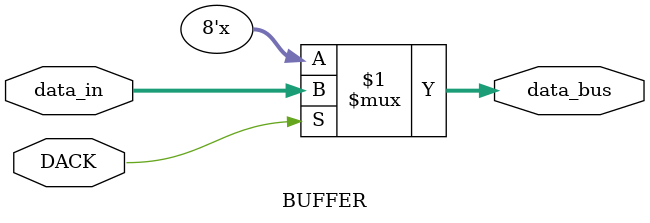
<source format=v>
module BUFFER(
output [7:0] data_bus,
input  [7:0] data_in,
input DACK
);
 assign  data_bus = (DACK) ? data_in : 8'bzzzzzzzz ;  
endmodule
</source>
